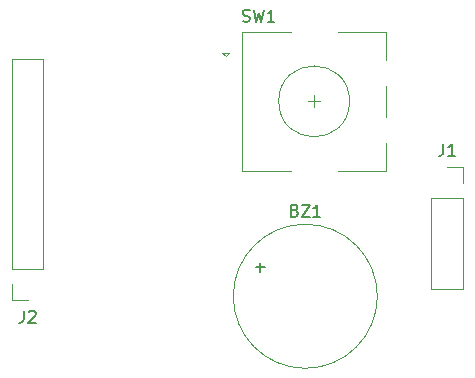
<source format=gbr>
%TF.GenerationSoftware,KiCad,Pcbnew,9.0.0*%
%TF.CreationDate,2025-03-28T18:13:54-04:00*%
%TF.ProjectId,thung,7468756e-672e-46b6-9963-61645f706362,rev?*%
%TF.SameCoordinates,Original*%
%TF.FileFunction,Legend,Top*%
%TF.FilePolarity,Positive*%
%FSLAX46Y46*%
G04 Gerber Fmt 4.6, Leading zero omitted, Abs format (unit mm)*
G04 Created by KiCad (PCBNEW 9.0.0) date 2025-03-28 18:13:54*
%MOMM*%
%LPD*%
G01*
G04 APERTURE LIST*
%ADD10C,0.150000*%
%ADD11C,0.120000*%
G04 APERTURE END LIST*
D10*
X30166666Y-51224819D02*
X30166666Y-51939104D01*
X30166666Y-51939104D02*
X30119047Y-52081961D01*
X30119047Y-52081961D02*
X30023809Y-52177200D01*
X30023809Y-52177200D02*
X29880952Y-52224819D01*
X29880952Y-52224819D02*
X29785714Y-52224819D01*
X30595238Y-51320057D02*
X30642857Y-51272438D01*
X30642857Y-51272438D02*
X30738095Y-51224819D01*
X30738095Y-51224819D02*
X30976190Y-51224819D01*
X30976190Y-51224819D02*
X31071428Y-51272438D01*
X31071428Y-51272438D02*
X31119047Y-51320057D01*
X31119047Y-51320057D02*
X31166666Y-51415295D01*
X31166666Y-51415295D02*
X31166666Y-51510533D01*
X31166666Y-51510533D02*
X31119047Y-51653390D01*
X31119047Y-51653390D02*
X30547619Y-52224819D01*
X30547619Y-52224819D02*
X31166666Y-52224819D01*
X65666666Y-37104819D02*
X65666666Y-37819104D01*
X65666666Y-37819104D02*
X65619047Y-37961961D01*
X65619047Y-37961961D02*
X65523809Y-38057200D01*
X65523809Y-38057200D02*
X65380952Y-38104819D01*
X65380952Y-38104819D02*
X65285714Y-38104819D01*
X66666666Y-38104819D02*
X66095238Y-38104819D01*
X66380952Y-38104819D02*
X66380952Y-37104819D01*
X66380952Y-37104819D02*
X66285714Y-37247676D01*
X66285714Y-37247676D02*
X66190476Y-37342914D01*
X66190476Y-37342914D02*
X66095238Y-37390533D01*
X48716667Y-26707200D02*
X48859524Y-26754819D01*
X48859524Y-26754819D02*
X49097619Y-26754819D01*
X49097619Y-26754819D02*
X49192857Y-26707200D01*
X49192857Y-26707200D02*
X49240476Y-26659580D01*
X49240476Y-26659580D02*
X49288095Y-26564342D01*
X49288095Y-26564342D02*
X49288095Y-26469104D01*
X49288095Y-26469104D02*
X49240476Y-26373866D01*
X49240476Y-26373866D02*
X49192857Y-26326247D01*
X49192857Y-26326247D02*
X49097619Y-26278628D01*
X49097619Y-26278628D02*
X48907143Y-26231009D01*
X48907143Y-26231009D02*
X48811905Y-26183390D01*
X48811905Y-26183390D02*
X48764286Y-26135771D01*
X48764286Y-26135771D02*
X48716667Y-26040533D01*
X48716667Y-26040533D02*
X48716667Y-25945295D01*
X48716667Y-25945295D02*
X48764286Y-25850057D01*
X48764286Y-25850057D02*
X48811905Y-25802438D01*
X48811905Y-25802438D02*
X48907143Y-25754819D01*
X48907143Y-25754819D02*
X49145238Y-25754819D01*
X49145238Y-25754819D02*
X49288095Y-25802438D01*
X49621429Y-25754819D02*
X49859524Y-26754819D01*
X49859524Y-26754819D02*
X50050000Y-26040533D01*
X50050000Y-26040533D02*
X50240476Y-26754819D01*
X50240476Y-26754819D02*
X50478572Y-25754819D01*
X51383333Y-26754819D02*
X50811905Y-26754819D01*
X51097619Y-26754819D02*
X51097619Y-25754819D01*
X51097619Y-25754819D02*
X51002381Y-25897676D01*
X51002381Y-25897676D02*
X50907143Y-25992914D01*
X50907143Y-25992914D02*
X50811905Y-26040533D01*
X53119047Y-42731009D02*
X53261904Y-42778628D01*
X53261904Y-42778628D02*
X53309523Y-42826247D01*
X53309523Y-42826247D02*
X53357142Y-42921485D01*
X53357142Y-42921485D02*
X53357142Y-43064342D01*
X53357142Y-43064342D02*
X53309523Y-43159580D01*
X53309523Y-43159580D02*
X53261904Y-43207200D01*
X53261904Y-43207200D02*
X53166666Y-43254819D01*
X53166666Y-43254819D02*
X52785714Y-43254819D01*
X52785714Y-43254819D02*
X52785714Y-42254819D01*
X52785714Y-42254819D02*
X53119047Y-42254819D01*
X53119047Y-42254819D02*
X53214285Y-42302438D01*
X53214285Y-42302438D02*
X53261904Y-42350057D01*
X53261904Y-42350057D02*
X53309523Y-42445295D01*
X53309523Y-42445295D02*
X53309523Y-42540533D01*
X53309523Y-42540533D02*
X53261904Y-42635771D01*
X53261904Y-42635771D02*
X53214285Y-42683390D01*
X53214285Y-42683390D02*
X53119047Y-42731009D01*
X53119047Y-42731009D02*
X52785714Y-42731009D01*
X53690476Y-42254819D02*
X54357142Y-42254819D01*
X54357142Y-42254819D02*
X53690476Y-43254819D01*
X53690476Y-43254819D02*
X54357142Y-43254819D01*
X55261904Y-43254819D02*
X54690476Y-43254819D01*
X54976190Y-43254819D02*
X54976190Y-42254819D01*
X54976190Y-42254819D02*
X54880952Y-42397676D01*
X54880952Y-42397676D02*
X54785714Y-42492914D01*
X54785714Y-42492914D02*
X54690476Y-42540533D01*
X49809048Y-47533866D02*
X50570953Y-47533866D01*
X50190000Y-47914819D02*
X50190000Y-47152914D01*
D11*
%TO.C,J2*%
X29170000Y-47730000D02*
X29170000Y-29890000D01*
X29170000Y-50330000D02*
X29170000Y-49000000D01*
X30500000Y-50330000D02*
X29170000Y-50330000D01*
X31830000Y-29890000D02*
X29170000Y-29890000D01*
X31830000Y-47730000D02*
X29170000Y-47730000D01*
X31830000Y-47730000D02*
X31830000Y-29890000D01*
%TO.C,J1*%
X64670000Y-41690000D02*
X64670000Y-49370000D01*
X64670000Y-41690000D02*
X67330000Y-41690000D01*
X64670000Y-49370000D02*
X67330000Y-49370000D01*
X66000000Y-39090000D02*
X67330000Y-39090000D01*
X67330000Y-39090000D02*
X67330000Y-40420000D01*
X67330000Y-41690000D02*
X67330000Y-49370000D01*
%TO.C,SW1*%
X46950000Y-29400000D02*
X47550000Y-29400000D01*
X47250000Y-29700000D02*
X46950000Y-29400000D01*
X47550000Y-29400000D02*
X47250000Y-29700000D01*
X48650000Y-27600000D02*
X48650000Y-39400000D01*
X52750000Y-27600000D02*
X48650000Y-27600000D01*
X52750000Y-39400000D02*
X48650000Y-39400000D01*
X54250000Y-33500000D02*
X55250000Y-33500000D01*
X54750000Y-33000000D02*
X54750000Y-34000000D01*
X56750000Y-27600000D02*
X60850000Y-27600000D01*
X60850000Y-27600000D02*
X60850000Y-30000000D01*
X60850000Y-32200000D02*
X60850000Y-34800000D01*
X60850000Y-37000000D02*
X60850000Y-39400000D01*
X60850000Y-39400000D02*
X56750000Y-39400000D01*
X57750000Y-33500000D02*
G75*
G02*
X51750000Y-33500000I-3000000J0D01*
G01*
X51750000Y-33500000D02*
G75*
G02*
X57750000Y-33500000I3000000J0D01*
G01*
%TO.C,BZ1*%
X60100000Y-50000000D02*
G75*
G02*
X47900000Y-50000000I-6100000J0D01*
G01*
X47900000Y-50000000D02*
G75*
G02*
X60100000Y-50000000I6100000J0D01*
G01*
%TD*%
M02*

</source>
